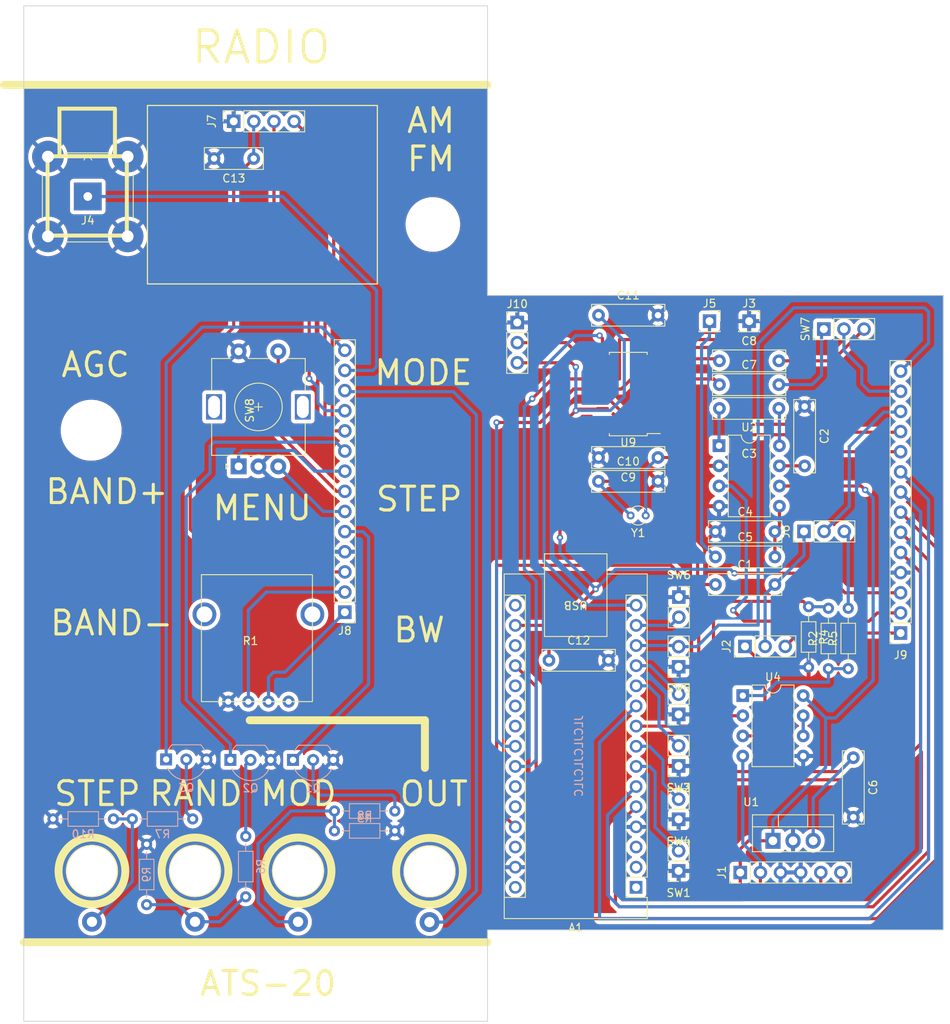
<source format=kicad_pcb>
(kicad_pcb (version 20221018) (generator pcbnew)
  (layers (0 "F.Cu" signal) (31 "B.Cu" signal) (34 "B.Paste" user) (35 "F.Paste" user) (36 "B.SilkS" user "B.Silkscreen") (37 "F.SilkS" user "F.Silkscreen") (38 "B.Mask" user) (39 "F.Mask" user) (44 "Edge.Cuts" user))
  (net 0 "")
  (net 1 "ENCB")
  (net 2 "ENCA")
  (net 3 "MODE")
  (net 4 "BW")
  (net 5 "MOD")
  (net 9 "RAND")
  (net 10 "BP")
  (net 11 "BM")
  (net 12 "STEP")
  (net 13 "RST")
  (net 14 "ENCSW")
  (net 15 "SDIO")
  (net 16 "SCLK")
  (net 17 "Net-(J2-Pin_1)")
  (net 18 "Net-(J6-Pin_3)")
  (net 19 "Net-(Q1-B)")
  (net 20 "Net-(Q2-B)")
  (net 21 "Net-(Q3-B)")
  (net 22 "AGC")
  (net 23 "+12V")
  (net 24 "Net-(C3-Pad2)")
  (net 25 "Net-(C4-Pad2)")
  (net 26 "Net-(U2-BYPASS)")
  (net 27 "Net-(C3-Pad1)")
  (net 28 "Net-(R2-Pad1)")
  (net 29 "Net-(U4A--)")
  (net 30 "Net-(R3-Pad1)")
  (net 31 "Net-(R6-Pad1)")
  (net 32 "Net-(R10-Pad2)")
  (net 33 "Net-(U9-DCLK)")
  (net 34 "Net-(U9-FMI)")
  (net 35 "Net-(U9-AMI)")
  (net 36 "Net-(U9-RCLK)")
  (net 37 "Net-(U9-ROUT)")
  (net 38 "-12V")
  (net 40 "ROUT")
  (net 44 "Net-(J5-Pin_1)")
  (net 45 "Net-(U4B--)")
  (net 46 "ANT")
  (net 47 "JOUT")
  (net 48 "ROUT_PRE")
  (net 49 "ROUT_POST")
  (net 54 "+3V3")
  (net 63 "GND")
  (net 64 "+5V")
  (net 65 "Net-(SW7-A)")
  (net 66 "Net-(SW7-C)")
  (net 67 "Net-(J10-Pin_2)")
  (footprint "Library:aux_flush" (layer "F.Cu") (at 73 137 90)
    (fp_text reference "U8" hide)
    (fp_text value "Aux_flush")
  )
  (footprint "Capacitor_THT:C_Rect_L9.0mm_W2.5mm_P7.50mm_MKT" (layer "F.Cu") (at 162.9 78.44 -90)
    (fp_text reference "C2")
    (fp_text value "C")
  )
  (footprint "MountingHole:MountingHole_3mm" (layer "F.Cu") (at 71.12 153 180)
    (fp_text reference "REF**" hide)
    (fp_text value "MountingHole_3mm")
  )
  (footprint "Connector_PinHeader_2.54mm:PinHeader_1x06_P2.54mm_Vertical" (layer "F.Cu") (at 154.78 137.19 90)
    (fp_text reference "J1")
    (fp_text value "Conn_01x06_Pin")
  )
  (footprint "Capacitor_THT:C_Rect_L9.0mm_W2.5mm_P7.50mm_MKT" (layer "F.Cu") (at 152.15 75.69)
    (fp_text reference "C7")
    (fp_text value "C")
  )
  (footprint "Package_SO:SOIC-16_4.55x10.3mm_P1.27mm" (layer "F.Cu") (at 140.65 76.88 180)
    (fp_text reference "U9")
    (fp_text value "~")
  )
  (footprint "Connector_PinSocket_2.54mm:PinSocket_1x02_P2.54mm_Vertical" (layer "F.Cu") (at 147.0075 117.2575 180)
    (fp_text reference "SW3")
    (fp_text value "SW_Push")
  )
  (footprint "MountingHole:MountingHole_3mm" (layer "F.Cu") (at 116.84 30.48)
    (fp_text reference "REF**" hide)
    (fp_text value "MountingHole_3mm")
  )
  (footprint "Capacitor_THT:C_Rect_L9.0mm_W2.5mm_P7.50mm_MKT" (layer "F.Cu") (at 159.65 78.69 180)
    (fp_text reference "C3")
    (fp_text value "C")
  )
  (footprint "Connector_PinSocket_2.54mm:PinSocket_1x02_P2.54mm_Vertical" (layer "F.Cu") (at 147.0325 102.4675)
    (fp_text reference "SW6")
    (fp_text value "SW_Push")
  )
  (footprint "Connector_PinSocket_2.54mm:PinSocket_1x02_P2.54mm_Vertical" (layer "F.Cu") (at 147.0075 136.9875 180)
    (fp_text reference "SW1")
    (fp_text value "SW_Push")
  )
  (footprint "Package_DIP:DIP-8_W7.62mm" (layer "F.Cu") (at 152.1 83.39)
    (fp_text reference "U2")
    (fp_text value "LM386")
  )
  (footprint "Package_TO_SOT_THT:TO-220-3_Vertical" (layer "F.Cu") (at 158.9 133.19)
    (fp_text reference "U1")
    (fp_text value "L7805")
  )
  (footprint "Connector_PinSocket_2.54mm:PinSocket_1x14_P2.54mm_Vertical" (layer "F.Cu") (at 175.0075 107.0075 180)
    (fp_text reference "J9")
    (fp_text value "Conn_01x14_Pin")
  )
  (footprint "Rotary_Encoder:RotaryEncoder_Alps_EC11E-Switch_Vertical_H20mm" (layer "F.Cu") (at 91.5 86 90)
    (fp_text reference "SW8")
    (fp_text value "RotaryEncoder_Switch")
  )
  (footprint "Connector_PinHeader_2.54mm:PinHeader_1x14_P2.54mm_Vertical" (layer "F.Cu") (at 104.9 104.38 180)
    (fp_text reference "J8")
    (fp_text value "Conn_01x14_Pin")
  )
  (footprint "Resistor_THT:R_Axial_DIN0204_L3.6mm_D1.6mm_P7.62mm_Horizontal" (layer "F.Cu") (at 163.4 103.69 -90)
    (fp_text reference "R4")
    (fp_text value "R")
  )
  (footprint "Capacitor_THT:C_Rect_L9.0mm_W2.5mm_P7.50mm_MKT" (layer "F.Cu") (at 169.04 122.7175 -90)
    (fp_text reference "C6")
    (fp_text value "C")
  )
  (footprint "Library:AlpsPot" (layer "F.Cu") (at 90.19 115.649)
    (fp_text reference "R1")
    (fp_text value "AlpsPot")
  )
  (footprint "Capacitor_THT:C_Rect_L9.0mm_W2.5mm_P7.50mm_MKT" (layer "F.Cu") (at 152.15 72.69)
    (fp_text reference "C8")
    (fp_text value "C")
  )
  (footprint "Capacitor_THT:C_Rect_L9.0mm_W2.5mm_P7.50mm_MKT" (layer "F.Cu") (at 144.4 84.88 180)
    (fp_text reference "C9")
    (fp_text value "C")
  )
  (footprint "Capacitor_THT:C_Rect_L9.0mm_W2.5mm_P7.50mm_MKT" (layer "F.Cu") (at 151.65 100.89)
    (fp_text reference "C1")
    (fp_text value "C")
  )
  (footprint "Crystal:Crystal_DS26_D2.0mm_L6.0mm_Vertical" (layer "F.Cu") (at 142.85 92.19 180)
    (fp_text reference "Y1")
    (fp_text value "Crystal")
  )
  (footprint "Connector_PinHeader_2.54mm:PinHeader_1x03_P2.54mm_Vertical" (layer "F.Cu") (at 155.375 108.69 90)
    (fp_text reference "J2")
    (fp_text value "Conn_01x02_Pin")
  )
  (footprint "Capacitor_THT:C_Rect_L7.2mm_W2.5mm_P5.00mm_FKS2_FKP2_MKS2_MKP2" (layer "F.Cu") (at 93.4 47.19 180)
    (fp_text reference "C13")
    (fp_text value "C")
  )
  (footprint "Resistor_THT:R_Axial_DIN0204_L3.6mm_D1.6mm_P7.62mm_Horizontal" (layer "F.Cu") (at 168.4 111.5 90)
    (fp_text reference "R5")
    (fp_text value "R")
  )
  (footprint "Module:Arduino_Nano" (layer "F.Cu") (at 141.6425 139.0575 180)
    (fp_text reference "A1")
    (fp_text value "Arduino_Nano_Every" hide)
  )
  (footprint "Connector_Coaxial:BNC_TEConnectivity_1478035_Horizontal" (layer "F.Cu") (at 72.475 51.975)
    (fp_text reference "J4")
    (fp_text value "Conn_Coaxial")
  )
  (footprint "Capacitor_THT:C_Rect_L9.0mm_W2.5mm_P7.50mm_MKT" (layer "F.Cu") (at 136.9 66.94)
    (fp_text reference "C11")
    (fp_text value "C")
  )
  (footprint "" (layer "F.Cu") (at 72.9 81.44)
    (fp_text reference "")
    (fp_text value "")
  )
  (footprint "MountingHole:MountingHole_3mm" (layer "F.Cu") (at 116.84 153 180)
    (fp_text reference "REF**" hide)
    (fp_text value "MountingHole_3mm")
  )
  (footprint "Resistor_THT:R_Axial_DIN0204_L3.6mm_D1.6mm_P7.62mm_Horizontal" (layer "F.Cu") (at 165.9 111.5 90)
    (fp_text reference "R2")
    (fp_text value "R")
  )
  (footprint "Capacitor_THT:C_Rect_L9.0mm_W2.5mm_P7.50mm_MKT" (layer "F.Cu") (at 130.65 110.44)
    (fp_text reference "C12")
    (fp_text value "C")
  )
  (footprint "Library:aux_flush" (layer "F.Cu") (at 99 137 90)
    (fp_text reference "U6" hide)
    (fp_text value "Aux_flush")
  )
  (footprint "MountingHole:MountingHole_3mm" (layer "F.Cu") (at 71.12 30.48)
    (fp_text reference "REF**" hide)
    (fp_text value "MountingHole_3mm")
  )
  (footprint "Capacitor_THT:C_Rect_L9.0mm_W2.5mm_P7.50mm_MKT" (layer "F.Cu") (at 151.65 97.41)
    (fp_text reference "C5")
    (fp_text value "C")
  )
  (footprint "Connector_PinSocket_2.54mm:PinSocket_1x01_P2.54mm_Vertical" (layer "F.Cu") (at 155.9 67.69)
    (fp_text reference "J3")
    (fp_text value "Conn_01x01_Pin")
  )
  (footprint "Capacitor_THT:C_Rect_L9.0mm_W2.5mm_P7.50mm_MKT" (layer "F.Cu") (at 136.9 87.88)
    (fp_text reference "C10")
    (fp_text value "C")
  )
  (footprint "Package_DIP:DIP-8_W7.62mm" (layer "F.Cu") (at 155.1 114.89)
    (fp_text reference "U4")
    (fp_text value "TL072")
  )
  (footprint "Connector_PinSocket_2.54mm:PinSocket_1x02_P2.54mm_Vertical" (layer "F.Cu") (at 147.0075 130.4875 180)
    (fp_text reference "SW4")
    (fp_text value "SW_Push")
  )
  (footprint "Connector_PinSocket_2.54mm:PinSocket_1x01_P2.54mm_Vertical" (layer "F.Cu") (at 150.9 67.69)
    (fp_text reference "J5")
    (fp_text value "Conn_01x01_Pin")
  )
  (footprint "Connector_PinHeader_2.54mm:PinHeader_1x03_P2.54mm_Vertical" (layer "F.Cu") (at 162.82 94.19 90)
    (fp_text reference "J6")
    (fp_text value "Conn_01x02_Pin")
  )
  (footprint "Capacitor_THT:C_Rect_L9.0mm_W2.5mm_P7.50mm_MKT" (layer "F.Cu") (at 151.65 94.22)
    (fp_text reference "C4")
    (fp_text value "C" hide)
  )
  (footprint "Connector_PinHeader_2.54mm:PinHeader_1x03_P2.54mm_Vertical" (layer "F.Cu") (at 165.32 68.69 90)
    (fp_text reference "SW7")
    (fp_text value "SW_SPDT")
  )
  (footprint "Library:aux_flush" (layer "F.Cu") (at 86 137 90)
    (fp_text reference "U7" hide)
    (fp_text value "Aux_flush")
  )
  (footprint "MountingHole:MountingHole_6.4mm_M6" (layer "F.Cu") (at 116 55.5)
    (fp_text reference "REF**" hide)
    (fp_text value "MountingHole_6.4mm_M6")
  )
  (footprint "Connector_PinHeader_2.54mm:PinHeader_1x03_P2.54mm_Vertical" (layer "F.Cu") (at 126.65 67.86)
    (fp_text reference "J10")
    (fp_text value "Conn_01x02_Pin")
  )
  (footprint "Connector_PinSocket_2.54mm:PinSocket_1x04_P2.54mm_Vertical" (layer "F.Cu") (at 90.88 42.5 90)
    (fp_text reference "J7")
    (fp_text value "Conn_01x04_Pin")
  )
  (footprint "Library:aux_flush" (layer "F.Cu") (at 115.58 137.04 90)
    (fp_text reference "U3" hide)
    (fp_text value "Aux_flush")
  )
  (footprint "Connector_PinSocket_2.54mm:PinSocket_1x02_P2.54mm_Vertical" (layer "F.Cu") (at 147.0075 123.7575 180)
    (fp_text reference "SW2")
    (fp_text value "SW_Push")
  )
  (footprint "Connector_PinSocket_2.54mm:PinSocket_1x02_P2.54mm_Vertical" (layer "F.Cu") (at 147.0075 111.2575 180)
    (fp_text reference "SW5")
    (fp_text value "SW_Push")
  )
  (footprint "Resistor_THT:R_Axial_DIN0204_L3.6mm_D1.6mm_P7.62mm_Horizontal" (layer "B.Cu") (at 103.59 129.44)
    (fp_text reference "R3")
    (fp_text value "R")
  )
  (footprint "Package_TO_SOT_THT:TO-92_Inline_Wide" (layer "B.Cu") (at 90.46 123)
    (fp_text reference "Q2")
    (fp_text value "BC547")
  )
  (footprint "Resistor_THT:R_Axial_DIN0204_L3.6mm_D1.6mm_P7.62mm_Horizontal" (layer "B.Cu") (at 79.9 133.63 -90)
    (fp_text reference "R9")
    (fp_text value "R")
  )
  (footprint "Package_TO_SOT_THT:TO-92_Inline_Wide" (layer "B.Cu") (at 98.36 123)
    (fp_text reference "Q1")
    (fp_text value "BC547")
  )
  (footprint "Resistor_THT:R_Axial_DIN0204_L3.6mm_D1.6mm_P7.62mm_Horizontal" (layer "B.Cu") (at 68.09 130.44)
    (fp_text reference "R10")
    (fp_text value "R")
  )
  (footprint "Resistor_THT:R_Axial_DIN0204_L3.6mm_D1.6mm_P7.62mm_Horizontal" (layer "B.Cu") (at 111.21 131.94 180)
    (fp_text reference "R8")
    (fp_text value "R")
  )
  (footprint "Package_TO_SOT_THT:TO-92_Inline_Wide" (layer "B.Cu") (at 82.36 122.94)
    (fp_text reference "Q3")
    (fp_text value "BC547")
  )
  (footprint "Resistor_THT:R_Axial_DIN0204_L3.6mm_D1.6mm_P7.62mm_Horizontal" (layer "B.Cu") (at 78.09 130.44)
    (fp_text reference "R7")
    (fp_text value "R")
  )
  (footprint "Resistor_THT:R_Axial_DIN0204_L3.6mm_D1.6mm_P7.62mm_Horizontal" (layer "B.Cu") (at 92.4 140.25 90)
    (fp_text reference "R6")
    (fp_text value "R")
  )
  (gr_line (start 115 118) (end 115 124) (stroke (width 1)) (layer "F.SilkS"))
  (gr_line (start 92.9 118) (end 115 118) (stroke (width 1)) (layer "F.SilkS"))
  (gr_rect (start 68.9 40.9) (end 75.9 46.9) (stroke (width 0.5)) (fill none) (layer "F.SilkS"))
  (gr_rect (start 67.4 46.9) (end 77.4 56.9) (stroke (width 0.5)) (fill none) (layer "F.SilkS"))
  (gr_line (start 61.9 37.9) (end 122.9 37.9) (stroke (width 1)) (layer "F.SilkS"))
  (gr_rect (start 80 40.5) (end 109 63) (stroke (width 0.15)) (fill none) (layer "F.SilkS"))
  (gr_line (start 122.9 145.98) (end 64.4 145.98) (stroke (width 1)) (layer "F.SilkS"))
  (gr_line (start 180.4 64.44) (end 180.4 144.44) (stroke (width 0.1)) (layer "Edge.Cuts"))
  (gr_line (start 122.9 155.94) (end 64.4 155.94) (stroke (width 0.1)) (layer "Edge.Cuts"))
  (gr_line (start 180.4 144.44) (end 122.9 144.44) (stroke (width 0.1)) (layer "Edge.Cuts"))
  (gr_line (start 122.9 64.44) (end 122.9 27.94) (stroke (width 0.1)) (layer "Edge.Cuts"))
  (gr_line (start 64.4 27.94) (end 122.9 27.94) (stroke (width 0.1)) (layer "Edge.Cuts"))
  (gr_line (start 122.9 144.44) (end 122.9 155.94) (stroke (width 0.1)) (layer "Edge.Cuts"))
  (gr_line (start 122.9 64.44) (end 180.4 64.44) (stroke (width 0.1)) (layer "Edge.Cuts"))
  (gr_line (start 64.4 155.94) (end 64.4 27.94) (stroke (width 0.1)) (layer "Edge.Cuts"))
  (gr_text "JLCJLCJLCJLC" (at 135.0075 117.2575 90) (layer "B.SilkS") (effects (font (size 1 1)) (justify left bottom mirror)))
  (gr_text "AGC" (at 68.9 74.94) (layer "F.SilkS") (effects (font (size 3 3) (thickness 0.4)) (justify left bottom)))
  (gr_text "BAND+" (at 66.9 90.94) (layer "F.SilkS") (effects (font (size 3 3) (thickness 0.4)) (justify left bottom)))
  (gr_text "OUT\n" (at 111.58 129.04) (layer "F.SilkS") (effects (font (size 3 3) (thickness 0.4)) (justify left bottom)))
  (gr_text "MENU" (at 88 93) (layer "F.SilkS") (effects (font (size 3 3) (thickness 0.4)) (justify left bottom)))
  (gr_text "MOD" (at 94 129) (layer "F.SilkS") (effects (font (size 3 3) (thickness 0.4)) (justify left bottom)))
  (gr_text "RADIO" (at 85.315475 35.500001) (layer "F.SilkS") (effects (font (size 4 4) (thickness 0.4)) (justify left bottom)))
  (gr_text "ATS-20" (at 86.4 152.94) (layer "F.SilkS") (effects (font (size 3 3) (thickness 0.4)) (justify left bottom)))
  (gr_text "MODE" (at 108.4 75.94) (layer "F.SilkS") (effects (font (size 3 3) (thickness 0.4)) (justify left bottom)))
  (gr_text "BAND-" (at 67.5 107.5) (layer "F.SilkS") (effects (font (size 3 3) (thickness 0.4)) (justify left bottom)))
  (gr_text "BW\n" (at 110.8 108.38) (layer "F.SilkS") (effects (font (size 3 3) (thickness 0.4)) (justify left bottom)))
  (gr_text "STEP\n" (at 68 129) (layer "F.SilkS") (effects (font (size 3 3) (thickness 0.4)) (justify left bottom)))
  (gr_text "AM\nFM" (at 112.5 49) (layer "F.SilkS") (effects (font (size 3 3) (thickness 0.4)) (justify left bottom)))
  (gr_text "STEP\n" (at 108.585714 91.88) (layer "F.SilkS") (effects (font (size 3 3) (thickness 0.4)) (justify left bottom)))
  (gr_text "RAND" (at 80 129) (layer "F.SilkS") (effects (font (size 3 3) (thickness 0.4)) (justify left bottom)))
  (segment (start 139.54 141.5075) (end 139.04 141.0075) (width 0.4) (layer "F.Cu") (net 1))
  (segment (start 178.5325 134.5075) (end 171.5325 141.5075) (width 0.4) (layer "F.Cu") (net 1))
  (segment (start 139.04 131.5) (end 141.6425 128.8975) (width 0.4) (layer "F.Cu") (net 1))
  (segment (start 175.0075 94.3075) (end 178.5325 97.8325) (width 0.4) (layer "F.Cu") (net 1))
  (segment (start 171.5325 141.5075) (end 139.54 141.5075) (width 0.4) (layer "F.Cu") (net 1))
  (segment (start 178.5325 97.8325) (end 178.5325 134.5075) (width 0.4) (layer "F.Cu") (net 1))
  (segment (start 139.04 141.0075) (end 139.04 131.5) (width 0.4) (layer "F.Cu") (net 1))
  (segment (start 104.9 91.68) (end 102.18 91.68) (width 0.4) (layer "B.Cu") (net 1))
  (segment (start 102.18 91.68) (end 96.5 86) (width 0.4) (layer "B.Cu") (net 1))
  (segment (start 101.1 86.6) (end 98.5 84) (width 0.4) (layer "B.Cu") (net 2))
  (segment (start 92 84) (end 91.5 84.5) (width 0.4) (layer "B.Cu") (net 2))
  (segment (start 170.5325 141.5075) (end 177.5325 134.5075) (width 0.4) (layer "B.Cu") (net 2))
  (segment (start 138.04 129.96) (end 138.04 140.015) (width 0.4) (layer "B.Cu") (net 2))
  (segment (start 91.5 84.5) (end 91.5 86) (width 0.4) (layer "B.Cu") (net 2))
  (segment (start 98.5 84) (end 92 84) (width 0.4) (layer "B.Cu") (net 2))
  (segment (start 177.5325 134.5075) (end 177.5325 91.7525) (width 0.4) (layer "B.Cu") (net 2))
  (segment (start 138.04 140.015) (end 139.5325 141.5075) (width 0.4) (layer "B.Cu") (net 2))
  (segment (start 139.5325 141.5075) (end 170.5325 141.5075) (width 0.4) (layer "B.Cu") (net 2))
  (segment (start 177.5325 91.7525) (end 175.0075 89.2275) (width 0.4) (layer "B.Cu") (net 2))
  (segment (start 104.9 86.6) (end 101.1 86.6) (width 0.4) (layer "B.Cu") (net 2))
  (segment (start 141.6425 126.3575) (end 138.04 129.96) (width 0.4) (layer "B.Cu") (net 2))
  (segment (start 144.0325 124.5075) (end 144.0325 131.4725) (width 0.4) (layer "B.Cu") (net 3))
  (segment (start 141.6425 123.8175) (end 143.3425 123.8175) (width 0.4) (layer "B.Cu") (net 3))
  (segment (start 144.0325 131.4725) (end 147.0075 134.4475) (width 0.4) (layer "B.Cu") (net 3))
  (segment (start 143.3425 123.8175) (end 144.0325 124.5075) (width 0.4) (layer "B.Cu") (net 3))
  (segment (start 145.0325 123.0075) (end 145.0325 125.9725) (width 0.4) (layer "B.Cu") (net 4))
  (segment (start 143.3025 121.2775) (end 145.0325 123.0075) (width 0.4) (layer "B.Cu") (net 4))
  (segment (start 141.6425 121.2775) (end 143.3025 121.2775) (width 0.4) (layer "B.Cu") (net 4))
  (segment (start 145.0325 125.9725) (end 147.0075 127.9475) (width 0.4) (layer "B.Cu") (net 4))
  (segment (start 141.6425 118.7375) (end 150.2625 118.7375) (width 0.4) (layer "F.Cu") (net 5))
  (segment (start 150.2625 118.7375) (end 152.0325 120.5075) (width 0.4) (layer "F.Cu") (net 5))
  (segment (start 177.5325 99.3725) (end 175.0075 96.8475) (width 0.4) (layer "F.Cu") (net 5))
  (segment (start 152.0325 125.5075) (end 173 125.5075) (width 0.4) (layer "F.Cu") (net 5))
  (segment (start 173 125.5075) (end 177.5325 120.975) (width 0.4) (layer "F.Cu") (net 5))
  (segment (start 177.5325 120.975) (end 177.5325 99.3725) (width 0.4) (layer "F.Cu") (net 5))
  (segment (start 152.0325 120.5075) (end 152.0325 125.5075) (width 0.4) (layer "F.Cu") (net 5))
  (segment (start 104.9 94.22) (end 107.18 94.22) (width 0.4) (layer "B.Cu") (net 5))
  (segment (start 107.18 94.22) (end 107.9 94.94) (width 0.4) (layer "B.Cu") (net 5))
  (segment (start 107.9 94.94) (end 107.9 113.46) (width 0.4) (layer "B.Cu") (net 5))
  (segment (start 107.9 113.46) (end 98.36 123) (width 0.4) (layer "B.Cu") (net 5))
  (segment (start 170.0325 143.0075) (end 137.0325 143.0075) (width 0.4) (layer "B.Cu") (net 9))
  (segment (start 90.46 121) (end 84.9 115.44) (width 0.4) (layer "B.Cu") (net 9))
  (segment (start 87.9 86.8) (end 87.9 83.44) (width 0.4) (layer "B.Cu") (net 9))
  (segment (start 88.4 82.94) (end 103.78 82.94) (width 0.4) (layer "B.Cu") (net 9))
  (segment (start 175.0075 86.6875) (end 178.5325 90.2125) (width 0.4) (layer "B.Cu") (net 9))
  (segment (start 178.5325 90.2125) (end 178.5325 135.5075) (width 0.4) (layer "B.Cu") (net 9))
  (segment (start 87.9 83.44) (end 88.4 82.94) (width 0.4) (layer "B.Cu") (net 9))
  (segment (start 84.9 89.8) (end 87.9 86.8) (width 0.4) (layer "B.Cu") (net 9))
  (segment (start 137.0325 120.8075) (end 141.6425 116.1975) (width 0.4) (layer "B.Cu") (net 9))
  (segment (start 171.0325 143.0075) (end 170.0325 143.0075) (width 0.4) (layer "B.Cu") (net 9))
  (segment (start 178.5325 135.5075) (end 171.0325 143.0075) (width 0.4) (layer "B.Cu") (net 9))
  (segment (start 103.78 82.94) (end 104.9 84.06) (width 0.4) (layer "B.Cu") (net 9))
  (segment (start 137.0325 143.0075) (end 137.0325 120.8075) (width 0.4) (layer "B.Cu") (net 9))
  (segment (start 84.9 115.44) (end 84.9 89.8) (width 0.4) (layer "B.Cu") (net 9))
  (segment (start 90.46 123) (end 90.46 121) (width 0.4) (layer "B.Cu") (net 9))
  (segment (start 144.5325 118.7425) (end 147.0075 121.2175) (width 0.4) (layer "B.Cu") (net 10))
  (segment (start 144.5325 115.0075) (end 144.5325 118.7425) (width 0.4) (layer "B.Cu") (net 10))
  (segment (start 143.1825 113.6575) (end 144.5325 115.0075) (width 0.4) (layer "B.Cu") (net 10))
  (segment (start 141.6425 113.6575) (end 143.1825 113.6575) (width 0.4) (layer "B.Cu") (net 10))
  (segment (start 143.4075 111.1175) (end 147.0075 114.7175) (width 0.4) (layer "B.Cu") (net 11))
  (segment (start 141.6425 111.1175) (end 143.4075 111.1175) (width 0.4) (layer "B.Cu") (net 11))
  (segment (start 178.5325 66.5075) (end 178.5325 70.4625) (width 0.4) (layer "B.Cu") (net 12))
  (segment (start 178.5325 70.4625) (end 175.0075 73.9875) (width 0.4) (layer "B.Cu") (net 12))
  (segment (start 104.9 71.36) (end 101.98 68.44) (width 0.4) (layer "B.Cu") (net 12))
  (segment (start 141.6425 108.5775) (end 146.8675 108.5775) (width 0.4) (layer "B.Cu") (net 12))
  (segment (start 146.8675 108.5775) (end 147.0075 108.7175) (width 0.4) (layer "B.Cu") (net 12))
  (segment (start 178.0325 66.0075) (end 178.5325 66.5075) (width 0.4) (layer "B.Cu") (net 12))
  (segment (start 82.36 72.98) (end 82.36 122.94) (width 0.4) (layer "B.Cu") (net 12))
  (segment (start 152.0325 106.0075) (end 157.04 106.0075) (width 0.4) (layer "B.Cu") (net 12))
  (segment (start 161.5325 66.0075) (end 178.0325 66.0075) (width 0.4) (layer "B.Cu") (net 12))
  (segment (start 157.04 70.5) (end 161.5325 66.0075) (width 0.4) (layer "B.Cu") (net 12))
  (segment (start 86.9 68.44) (end 82.36 72.98) (width 0.4) (layer "B.Cu") (net 12))
  (segment (start 157.04 106.0075) (end 157.04 70.5) (width 0.4) (layer "B.Cu") (net 12))
  (segment (start 149.3225 108.7175) (end 152.0325 106.0075) (width 0.4) (layer "B.Cu") (net 12))
  (segment (start 101.98 68.44) (end 86.9 68.44) (width 0.4) (layer "B.Cu") (net 12))
  (segment (start 147.0075 108.7175) (end 149.3225 108.7175) (width 0.4) (layer "B.Cu") (net 12))
  (segment (start 137.4 69.875) (end 137.4 72.435) (width 0.4) (layer "F.Cu") (net 13))
  (segment (start 137.0325 69.5075) (end 137.4 69.875) (width 0.4) (layer "F.Cu") (net 13))
  (via (at 137.0325 69.5075) (size 0.8) (drill 0.4) (layers "F.Cu" "B.Cu") (net 13))
  (segment (start 135.57 103.4975) (end 141.6425 103.4975) (width 0.4) (layer "B.Cu") (net 13))
  (segment (start 130.0325 73.5075) (end 130.0325 97.96) (width 0.4) (layer "B.Cu") (net 13))
  (segment (start 130.0325 97.96) (end 135.57 103.4975) (width 0.4) (layer "B.Cu") (net 13))
  (segment (start 137.0325 69.5075) (end 134.0325 69.5075) (width 0.4) (layer "B.Cu") (net 13))
  (segment (start 134.0325 69.5075) (end 130.0325 73.5075) (width 0.4) (layer "B.Cu") (net 13))
  (segment (start 96.5 71.5) (end 96.5 81.78) (width 0.4) (layer "F.Cu") (net 14))
  (segment (start 179.5325 135.5075) (end 172.0325 143.0075) (width 0.4) (layer "F.Cu") (net 14))
  (segment (start 129.0325 113.7475) (end 126.4025 111.1175) (width 0.4) (layer "F.Cu") (net 14))
  (segment (start 179.5325 96.2925) (end 179.5325 135.5075) (width 0.4) (layer "F.Cu") (net 14))
  (segment (start 103.86 89.14) (end 104.9 89.14) (width 0.4) (layer "F.Cu") (net 14))
  (segment (start 96.5 81.78) (end 103.86 89.14) (width 0.4) (layer "F.Cu") (net 14))
  (segment (start 131.0325 143.0075) (end 129.0325 141.0075) (width 0.4) (layer "F.Cu") (net 14))
  (segment (start 132.0325 143.0075) (end 131.0325 143.0075) (width 0.4) (layer "F.Cu") (net 14))
  (segment (start 171.0325 143.0075) (end 132.0325 143.0075) (width 0.4) (layer "F.Cu") (net 14))
  (segment (start 129.0325 141.0075) (end 129.0325 113.7475) (width 0.4) (layer "F.Cu") (net 14))
  (segment (start 175.0075 91.7675) (end 179.5325 96.2925) (width 0.4) (layer "F.Cu") (net 14))
  (segment (start 172.0325 143.0075) (end 170.5325 143.0075) (width 0.4) (layer "F.Cu") (net 14))
  (segment (start 102.52 81.52) (end 102.4 81.4) (width 0.4) (layer "F.Cu") (net 15))
  (segment (start 102.4 64.44) (end 103.5 63.34) (width 0.4) (layer "F.Cu") (net 15))
  (segment (start 141.5325 74.475) (end 141.5325 71.0075) (width 0.4) (layer "F.Cu") (net 15))
  (segment (start 162.0325 82.0075) (end 164.1725 84.1475) (width 0.4) (layer "F.Cu") (net 15))
  (segment (start 103.5 47.5) (end 98.5 42.5) (width 0.4) (layer "F.Cu") (net 15))
  (segment (start 141.5325 71.0075) (end 154.0325 71.0075) (width 0.4) (layer "F.Cu") (net 15))
  (segment (start 154.0325 71.0075) (end 154.0325 82.0075) (width 0.4) (layer "F.Cu") (net 15))
  (segment (start 154.0325 82.0075) (end 162.0325 82.0075) (width 0.4) (layer "F.Cu") (net 15))
  (segment (start 137.4 76.245) (end 139.7625 76.245) (width 0.4) (layer "F.Cu") (net 15))
  (segment (start 139.7625 76.245) (end 141.5325 74.475) (width 0.4) (layer "F.Cu") (net 15))
  (segment (start 164.1725 84.1475) (end 175.0075 84.1475) (width 0.4) (layer "F.Cu") (net 15))
  (segment (start 103.5 63.34) (end 103.5 47.5) (width 0.4) (layer "F.Cu") (net 15))
  (segment (start 104.9 81.52) (end 102.52 81.52) (width 0.4) (layer "F.Cu") (net 15))
  (segment (start 124.04 80.4675) (end 129.54 80.4675) (width 0.4) (layer "F.Cu") (net 15))
  (segment (start 129.54 80.4675) (end 133.7625 76.245) (width 0.4) (layer "F.Cu") (net 15))
  (segment (start 102.4 81.4) (end 102.4 64.44) (width 0.4) (layer "F.Cu") (net 15))
  (segment (start 133.7625 76.245) (end 137.4 76.245) (width 0.4) (layer "F.Cu") (net 15))
  (via (at 124.04 80.4675) (size 0.8) (drill 0.4) (layers "F.Cu" "B.Cu") (net 15))
  (segment (start 124.04 120.4675) (end 124.85 121.2775) (width 0.4) (layer "B.Cu") (net 15))
  (segment (start 124.04 80.4675) (end 124.04 120.4675) (width 0.4) (layer "B.Cu") (net 15))
  (segment (start 124.85 121.2775) (end 126.4025 121.2775) (width 0.4) (layer "B.Cu") (net 15))
  (segment (start 137.4 74.975) (end 139.5325 74.975) (width 0.4) (layer "F.Cu") (net 16))
  (segment (start 95.96 54.96) (end 95.96 42.5) (width 0.4) (layer "F.Cu") (net 16))
  (segment (start 100.4 59.4) (end 95.96 54.96) (width 0.4) (layer "F.Cu") (net 16))
  (segment (start 155.0325 70.0075) (end 155.0325 80.69) (width 0.4) (layer "F.Cu") (net 16))
  (segment (start 128.54 77.4675) (end 131.0325 74.975) (width 0.4) (layer "F.Cu") (net 16))
  (segment (start 163.215 81.69) (end 175.0325 81.69) (width 0.4) (layer "F.Cu") (net 16))
  (segment (start 139.5325 74.975) (end 139.54 74.9675) (width 0.4) (layer "F.Cu") (net 16))
  (segment (start 155.0325 80.69) (end 162.215 80.69) (width 0.4) (layer "F.Cu") (net 16))
  (segment (start 139.54 70.0075) (end 155.0325 70.0075) (width 0.4) (layer "F.Cu") (net 16))
  (segment (start 100.4 74.94) (end 100.4 59.4) (width 0.4) (layer "F.Cu") (net 16))
  (segment (start 139.54 74.9675) (end 139.54 70.0075) (width 0.4) (layer "F.Cu") (net 16))
  (segment (start 131.0325 74.975) (end 137.4 74.975) (width 0.4) (layer "F.Cu") (net 16))
  (segment (start 162.215 80.69) (end 163.215 81.69) (width 0.4) (layer "F.Cu") (net 16))
  (via (at 128.54 77.4675) (size 0.8) (drill 0.4) (layers "F.Cu" "B.Cu") (net 16))
  (via (at 100.4 74.94) (size 0.8) (drill 0.4) (layers "F.Cu" "B.Cu") (net 16))
  (segment (start 100.4 74.94) (end 101.5 76.04) (width 0.4) (layer "B.Cu") (net 16))
  (segment (start 128.19 123.8175) (end 126.4025 123.8175) (width 0.4) (layer "B.Cu") (net 16))
  (segment (start 101.5 78) (end 102.48 78.98) (width 0.4) (layer "B.Cu") (net 16))
  (segment (start 102.48 78.98) (end 104.9 78.98) (width 0.4) (layer "B.Cu") (net 16))
  (segment (start 128.54 77.4675) (end 127.54 78.4675) (width 0.4) (layer "B.Cu") (net 16))
  (segment (start 129.04 100.4675) (end 129.04 122.9675) (width 0.4) (layer "B.Cu") (net 16))
  (segment (start 127.54 98.9675) (end 129.04 100.4675) (width 0.4) (layer "B.Cu") (net 16))
  (segment (start 101.5 76.04) (end 101.5 78) (width 0.4) (layer "B.Cu") (net 16))
  (segment (start 129.04 122.9675) (end 128.19 123.8175) (width 0.4) (layer "B.Cu") (net 16))
  (segment (start 127.54 78.4675) (end 127.54 98.9675) (width 0.4) (layer "B.Cu") (net 16))
  (segment (start 155.375 108.69) (end 157.9 111.215) (width 0.4) (layer "F.Cu") (net 17))
  (segment (start 157.9 118.69) (end 156.62 119.97) (width 0.4) (layer "F.Cu") (net 17))
  (segment (start 157.9 111.215) (end 157.9 118.69) (width 0.4) (layer "F.Cu") (net 17))
  (segment (start 156.62 119.97) (end 155.1 119.97) (width 0.4) (layer "F.Cu") (net 17))
  (segment (start 168.4 94.69) (end 167.9 94.19) (width 0.4) (layer "B.Cu") (net 18))
  (segment (start 168.4 103.88) (end 168.4 94.69) (width 0.4) (layer "B.Cu") (net 18))
  (segment (start 100.9 123) (end 100.9 126.63) (width 0.4) (layer "B.Cu") (net 19))
  (segment (start 110.9 127.44) (end 111.21 127.75) (width 0.4) (layer "B.Cu") (net 19))
  (segment (start 101.71 127.44) (end 110.9 127.44) (width 0.4) (layer "B.Cu") (net 19))
  (segment (start 100.9 126.63) (end 101.71 127.44) (width 0.4) (layer "B.Cu") (net 19))
  (segment (start 111.21 127.75) (end 111.21 129.44) (width 0.4) (layer "B.Cu") (net 19))
  (segment (start 92.4 132.63) (end 92.4 123.6) (width 0.4) (layer "B.Cu") (net 20))
  (segment (start 92.4 123.6) (end 93 123) (width 0.4) (layer "B.Cu") (net 20))
  (segment (start 84.9 129.63) (end 85.71 130.44) (width 0.4) (layer "B.Cu") (net 21))
  (segment (start 84.9 122.94) (end 84.9 129.63) (width 0.4) (layer "B.Cu") (net 21))
  (segment (start 146.0025 106.0375) (end 147.0325 105.0075) (width 0.4) (layer "B.Cu") (net 22))
  (segment (start 141.6425 106.0375) (end 146.0025 106.0375) (width 0.4) (layer "B.Cu") (net 22))
  (segment (start 170.54 88.9675) (end 170.0425 88.47) (width 0.4) (layer "F.Cu") (net 23))
  (segment (start 156.04 140.4675) (end 154.78 139.2075) (width 0.4) (layer "F.Cu") (net 23))
  (segment (start 154.78 137.19) (end 154.78 134.2275) (width 0.4) (layer "F.Cu") (net 23))
  (segment (start 167.48 139.5275) (end 166.54 140.4675) (width 0.4) (layer "F.Cu") (net 23))
  (segment (start 166.54 140.4675) (end 156.04 140.4675) (width 0.4) (layer "F.Cu") (net 23))
  (segment (start 154.78 139.2075) (end 154.78 137.19) (width 0.4) (layer "F.Cu") (net 23))
  (segment (start 155.8175 133.19) (end 158.9 133.19) (width 0.4) (layer "F.Cu") (net 23))
  (segment (start 154.78 134.2275) (end 155.8175 133.19) (width 0.4) (layer "F.Cu") (net 23))
  (segment (start 167.48 137.19) (end 167.48 139.5275) (width 0.4) (layer "F.Cu") (net 23))
  (segment (start 170.0425 88.47) (end 159.72 88.47) (width 0.4) (layer "F.Cu") (net 23))
  (via (at 170.54 88.9675) (size 0.8) (drill 0.4) (layers "F.Cu" "B.Cu") (net 23))
  (segment (start 158.9 130.6075) (end 165.54 123.9675) (width 0.4) (layer "B.Cu") (net 23))
  (segment (start 158.9 133.19) (end 158.9 130.6075) (width 0.4) (layer "B.Cu") (net 23))
  (segment (start 171.54 89.9675) (end 170.54 88.9675) (width 0.4) (layer "B.Cu") (net 23))
  (segment (start 171.54 112.9675) (end 171.54 89.9675) (width 0.4) (layer "B.Cu") (net 23))
  (segment (start 165.54 123.9675) (end 165.54 117.71) (width 0.4) (layer "B.Cu") (net 23))
  (segment (start 165.54 117.71) (end 166.7975 117.71) (width 0.4) (layer "B.Cu") (net 23))
  (segment (start 165.54 117.71) (end 162.72 114.89) (width 0.4) (layer "B.Cu") (net 23))
  (segment (start 166.7975 117.71) (end 171.54 112.9675) (width 0.4) (layer "B.Cu") (net 23))
  (segment (start 152.1 78.74) (end 152.15 78.69) (width 0.4) (layer "B.Cu") (net 24))
  (segment (start 152.1 83.39) (end 152.1 78.74) (width 0.4) (layer "B.Cu") (net 24))
  (segment (start 159.72 93.65) (end 159.15 94.22) (width 0.4) (layer "F.Cu") (net 25))
  (segment (start 159.72 91.01) (end 159.72 93.65) (width 0.4) (layer "F.Cu") (net 25))
  (segment (start 159.15 97.41) (end 159.15 94.22) (width 0.4) (layer "F.Cu") (net 25))
  (segment (start 159.72 85.93) (end 162.89 85.93) (width 0.4) (layer "F.Cu") (net 26))
  (segment (start 162.89 85.93) (end 162.9 85.94) (width 0.4) (layer "F.Cu") (net 26))
  (segment (start 159.72 83.39) (end 159.72 78.76) (width 0.4) (layer "B.Cu") (net 27))
  (segment (start 159.72 78.76) (end 159.65 78.69) (width 0.4) (layer "B.Cu") (net 27))
  (segment (start 157.7 114.89) (end 159.4 113.19) (width 0.4) (layer "B.Cu") (net 28))
  (segment (start 159.4 113.19) (end 165.9 113.19) (width 0.4) (layer "B.Cu") (net 28))
  (segment (start 165.9 113.19) (end 165.9 111.5) (width 0.4) (layer "B.Cu") (net 28))
  (segment (start 168.4 111.5) (end 165.9 111.5) (width 0.4) (layer "B.Cu") (net 28))
  (segment (start 155.1 114.89) (end 157.7 114.89) (width 0.4) (layer "B.Cu") (net 28))
  (segment (start 162.7175 103.0075) (end 163.4 103.69) (width 0.4) (layer "F.Cu") (net 29))
  (segment (start 155.1 117.43) (end 152.64 117.43) (width 0.4) (layer "F.Cu") (net 29))
  (segment (start 151.4 116.19) (end 151.4 103.0075) (width 0.4) (layer "F.Cu") (net 29))
  (segment (start 152.64 117.43) (end 151.4 116.19) (width 0.4) (layer "F.Cu") (net 29))
  (segment (start 151.4 103.0075) (end 162.7175 103.0075) (width 0.4) (layer "F.Cu") (net 29))
  (segment (start 165.71 103.69) (end 165.9 103.88) (width 0.4) (layer "B.Cu") (net 29))
  (segment (start 163.4 103.69) (end 165.71 103.69) (width 0.4) (layer "B.Cu") (net 29))
  (segment (start 93.9625 133.5) (end 94.03 133.5) (width 0.4) (layer "B.Cu") (net 30))
  (segment (start 98.09 129.44) (end 103.59 129.44) (width 0.4) (layer "B.Cu") (net 30))
  (segment (start 99 143.4) (end 96.4 143.4) (width 0.4) (layer "B.Cu") (net 30))
  (segment (start 103.59 131.94) (end 103.59 129.44) (width 0.4) (layer "B.Cu") (net 30))
  (segment (start 94.03 133.5) (end 98.09 129.44) (width 0.4) (layer "B.Cu") (net 30))
  (segment (start 96.4 143.4) (end 93.9625 140.9625) (width 0.4) (layer "B.Cu") (net 30))
  (segment (start 93.9625 140.9625) (end 93.9625 133.5) (width 0.4) (layer "B.Cu") (net 30))
  (segment (start 83.85 141.25) (end 86 143.4) (width 0.4) (layer "B.Cu") (net 31))
  (segment (start 89.1 143.4) (end 86 143.4) (width 0.4) (layer "B.Cu") (net 31))
  (segment (start 92.5 140) (end 89.1 143.4) (width 0.4) (layer "B.Cu") (net 31))
  (segment (start 79.9 141.25) (end 83.85 141.25) (width 0.4) (layer "B.Cu") (net 31))
  (segment (start 78.09 130.44) (end 78.09 138.31) (width 0.4) (layer "B.Cu") (net 32))
  (segment (start 78.09 130.44) (end 75.71 130.44) (width 0.4) (layer "B.Cu") (net 32))
  (segment (start 78.09 138.31) (end 73 143.4) (width 0.4) (layer "B.Cu") (net 32))
  (segment (start 146.71 84.88) (end 147.9 83.69) (width 0.4) (layer "F.Cu") (net 33))
  (segment (start 147.9 81.19) (end 147.9 83.69) (width 0.4) (layer "F.Cu") (net 33))
  (segment (start 143.9 80.055) (end 146.765 80.055) (width 0.4) (layer "F.Cu") (net 33))
  (segment (start 144.4 84.88) (end 146.71 84.88) (width 0.4) (layer "F.Cu") (net 33))
  (segment (start 146.765 80.055) (end 147.9 81.19) (width 0.4) (layer "F.Cu") (net 33))
  (segment (start 142.85 92.19) (end 142.85 86.43) (width 0.4) (layer "B.Cu") (net 33))
  (segment (start 142.85 86.43) (end 144.4 84.88) (width 0.4) (layer "B.Cu") (net 33))
  (segment (start 151.435 74.975) (end 152.15 75.69) (width 0.4) (layer "F.Cu") (net 34))
  (segment (start 143.9 74.975) (end 151.435 74.975) (width 0.4) (layer "F.Cu") (net 34))
  (segment (start 143.9 72.435) (end 151.895 72.435) (width 0.4) (layer "F.Cu") (net 35))
  (segment (start 151.895 72.435) (end 152.15 72.69) (width 0.4) (layer "F.Cu") (net 35))
  (segment (start 138.199999 77.515) (end 137.4 77.515) (width 0.4) (layer "F.Cu") (net 36))
  (segment (start 136.9 87.88) (end 138.21 87.88) (width 0.4) (layer "F.Cu") (net 36))
  (segment (start 139.9 86.19) (end 139.9 79.215001) (width 0.4) (layer "F.Cu") (net 36))
  (segment (start 138.21 87.88) (end 139.9 86.19) (width 0.4) (layer "F.Cu") (net 36))
  (segment (start 139.9 79.215001) (end 138.199999 77.515) (width 0.4) (layer "F.Cu") (net 36))
  (segment (start 136.9 88.14) (end 140.95 92.19) (width 0.4) (layer "B.Cu") (net 36))
  (segment (start 136.9 87.88) (end 136.9 88.14) (width 0.4) (layer "B.Cu") (net 36))
  (segment (start 149.4 100.19) (end 149.4 96.69) (width 0.4) (layer "F.Cu") (net 37))
  (segment (start 137.4 81.325) (end 135.265 81.325) (width 0.4) (layer "F.Cu") (net 37))
  (segment (start 135.265 81.325) (end 133.9 82.69) (width 0.4) (layer "F.Cu") (net 37))
  (segment (start 149.4 96.69) (end 147.9 95.19) (width 0.4) (layer "F.Cu") (net 37))
  (segment (start 133.9 82.69) (end 133.9 95.19) (width 0.4) (layer "F.Cu") (net 37))
  (segment (start 147.9 95.19) (end 133.9 95.19) (width 0.4) (layer "F.Cu") (net 37))
  (segment (start 150.1 100.89) (end 149.4 100.19) (width 0.4) (layer "F.Cu") (net 37))
  (segment (start 151.65 100.89) (end 150.1 100.89) (width 0.4) (layer "F.Cu") (net 37))
  (segment (start 157.32 137.19) (end 157.32 138.7475) (width 0.4) (layer "F.Cu") (net 38))
  (segment (start 164.04 139.4675) (end 164.54 138.9675) (width 0.4) (layer "F.Cu") (net 38))
  (segment (start 157.32 138.7475) (end 158.04 139.4675) (width 0.4) (layer "F.Cu") (net 38))
  (segment (start 158.04 139.4675) (end 164.04 139.4675) (width 0.4) (layer "F.Cu") (net 38))
  (segment (start 164.94 137.19) (end 164.94 138.5675) (width 0.4) (layer "F.Cu") (net 38))
  (segment (start 164.94 138.5675) (end 164.54 138.9675) (width 0.4) (layer "F.Cu") (net 38))
  (segment (start 157.32 137.19) (end 157.32 135.7475) (width 0.4) (layer "B.Cu") (net 38))
  (segment (start 157.32 135.7475) (end 155.1 133.5275) (width 0.4) (layer "B.Cu") (net 38))
  (segment (start 155.1 133.5275) (end 155.1 122.51) (width 0.4) (layer "B.Cu") (net 38))
  (segment (start 157.915 108.69) (end 157.915 102.125) (width 0.4) (layer "B.Cu") (net 40))
  (segment (start 162.82 97.22) (end 159.15 100.89) (width 0.4) (layer "B.Cu") (net 40))
  (segment (start 157.915 102.125) (end 159.15 100.89) (width 0.4) (layer "B.Cu") (net 40))
  (segment (start 162.82 94.19) (end 162.82 97.22) (width 0.4) (layer "B.Cu") (net 40))
  (segment (start 149.9 95.66) (end 151.65 97.41) (width 0.4) (layer "B.Cu") (net 44))
  (segment (start 149.9 70.69) (end 149.9 95.66) (width 0.4) (layer "B.Cu") (net 44))
  (segment (start 150.9 67.69) (end 150.9 69.69) (width 0.4) (layer "B.Cu") (net 44))
  (segment (start 150.9 69.69) (end 149.9 70.69) (width 0.4) (layer "B.Cu") (net 44))
  (segment (start 162.72 117.43) (end 162.72 119.97) (width 0.4) (layer "B.Cu") (net 45))
  (segment (start 104.9 73.9) (end 108.44 73.9) (width 0.4) (layer "B.Cu") (net 46))
  (segment (start 175.0075 76.5275) (end 171.0525 76.5275) (width 0.4) (layer "B.Cu") (net 46))
  (segment (start 167.86 71.4) (end 167.86 68.69) (width 0.4) (layer "B.Cu") (net 46))
  (segment (start 170.1125 73.6525) (end 167.86 71.4) (width 0.4) (layer "B.Cu") (net 46))
  (segment (start 108.44 73.9) (end 108.9 73.44) (width 0.4) (layer "B.Cu") (net 46))
  (segment (start 108.9 73.44) (end 108.9 63.82) (width 0.4) (layer "B.Cu") (net 46))
  (segment (start 108.9 63.82) (end 97.055 51.975) (width 0.4) (layer "B.Cu") (net 46))
  (segment (start 171.0525 76.5275) (end 170.1125 75.5875) (width 0.4) (layer "B.Cu") (net 46))
  (segment (start 72.475 51.975) (end 97.055 51.975) (width 0.4) (layer "B.Cu") (net 46))
  (segment (start 170.1125 75.5875) (end 170.1125 73.6525) (width 0.4) (layer "B.Cu") (net 46))
  (segment (start 172.89 79.15) (end 175.0325 79.15) (width 0.4) (layer "B.Cu") (net 47))
  (segment (start 118.58 76.58) (end 105.04 76.58) (width 0.4) (layer "B.Cu") (net 47))
  (segment (start 115.58 143.44) (end 117.56 143.44) (width 0.4) (layer "B.Cu") (net 47))
  (segment (start 165.36 94.19) (end 168.5325 91.0175) (width 0.4) (layer "B.Cu") (net 47))
  (segment (start 105.04 76.58) (end 104.9 76.44) (width 0.4) (layer "B.Cu") (net 47))
  (segment (start 121.5 139.5) (end 121.5 79.5) (width 0.4) (layer "B.Cu") (net 47))
  (segment (start 121.5 79.5) (end 118.58 76.58) (width 0.4) (layer "B.Cu") (net 47))
  (segment (start 168.5325 83.5075) (end 172.89 79.15) (width 0.4) (layer "B.Cu") (net 47))
  (segment (start 117.56 143.44) (end 121.5 139.5) (width 0.4) (layer "B.Cu") (net 47))
  (segment (start 168.5325 91.0175) (end 168.5325 83.5075) (width 0.4) (layer "B.Cu") (net 47))
  (segment (start 175.0075 107.0075) (end 162.1375 107.0075) (width 0.4) (layer "F.Cu") (net 48))
  (segment (start 162.1375 107.0075) (end 160.455 108.69) (width 0.4) (layer "F.Cu") (net 48))
  (segment (start 95.27 112.57) (end 95.27 115.649) (width 0.4) (layer "B.Cu") (net 48))
  (segment (start 95.9 111.94) (end 95.27 112.57) (width 0.4) (layer "B.Cu") (net 48))
  (segment (start 97.34 111.94) (end 95.9 111.94) (width 0.4) (layer "B.Cu") (net 48))
  (segment (start 104.9 104.38) (end 97.34 111.94) (width 0.4) (layer "B.Cu") (net 48))
  (segment (start 153.9 104.14) (end 155.2675 105.5075) (width 0.4) (layer "F.Cu") (net 49))
  (segment (start 171.0325 105.5075) (end 172.0725 104.4675) (width 0.4) (layer "F.Cu") (net 49))
  (segment (start 172.0725 104.4675) (end 175.0075 104.4675) (width 0.4) (layer "F.Cu") (net 49))
  (segment (start 155.2675 105.5075) (end 171.0325 105.5075) (width 0.4) (layer "F.Cu") (net 49))
  (via (at 153.9 104.14) (size 0.8) (drill 0.4) (layers "F.Cu" "B.Cu") (net 49))
  (segment (start 92.73 115.649) (end 92.73 104.11) (width 0.4) (layer "B.Cu") (net 49))
  (segment (start 153.68 88.47) (end 152.1 88.47) (width 0.4) (layer "B.Cu") (net 49))
  (segment (start 155.54 90.33) (end 153.68 88.47) (width 0.4) (layer "B.Cu") (net 49))
  (segment (start 155.54 102.5) (end 155.54 90.33) (width 0.4) (layer "B.Cu") (net 49))
  (segment (start 92.73 104.11) (end 95 101.84) (width 0.4) (layer "B.Cu") (net 49))
  (segment (start 153.9 104.14) (end 155.54 102.5) (width 0.4) (layer "B.Cu") (net 49))
  (segment (start 95 101.84) (end 104.9 101.84) (width 0.4) (layer "B.Cu") (net 49))
  (segment (start 137.4 78.785) (end 134.2225 78.785) (width 0.4) (layer "F.Cu") (net 54))
  (segment (start 90.88 49.71) (end 90.88 68.46) (width 0.4) (layer "F.Cu") (net 54))
  (segment (start 134.04 78.9675) (end 132.04 80.9675) (width 0.4) (layer "F.Cu") (net 54))
  (segment (start 126.4025 106.0375) (end 130.65 106.0375) (width 0.4) (layer "F.Cu") (net 54))
  (segment (start 85.4 73.94) (end 85.4 93.94) (width 0.4) (layer "F.Cu") (net 54))
  (segment (start 134.2225 78.785) (end 134.04 78.9675) (width 0.4) (layer "F.Cu") (net 54))
  (segment (start 93.4 47.19) (end 90.88 49.71) (width 0.4) (layer "F.Cu") (net 54))
  (segment (start 131.97 106.0375) (end 136.54 101.4675) (width 0.4) (layer "F.Cu") (net 54))
  (segment (start 165.54 99.4675) (end 154.04 99.4675) (width 0.4) (layer "F.Cu") (net 54))
  (segment (start 134.04 73.4675) (end 133.5125 72.94) (width 0.4) (layer "F.Cu") (net 54))
  (segment (start 168 101.9275) (end 165.54 99.4675) (width 0.4) (layer "F.Cu") (net 54))
  (segment (start 90.76 99.3) (end 104.9 99.3) (width 0.4) (layer "F.Cu") (net 54))
  (segment (start 90.88 68.46) (end 85.4 73.94) (width 0.4) (layer "F.Cu") (net 54))
  (segment (start 130.65 106.0375) (end 131.97 106.0375) (width 0.4) (layer "F.Cu") (net 54))
  (segment (start 132.04 80.9675) (end 132.04 94.9675) (width 0.4) (layer "F.Cu") (net 54))
  (segment (start 130.65 110.44) (end 130.65 106.0375) (width 0.4) (layer "F.Cu") (net 54))
  (segment (start 175.0075 101.9275) (end 168 101.9275) (width 0.4) (layer "F.Cu") (net 54))
  (segment (start 133.5125 72.94) (end 126.65 72.94) (width 0.4) (layer "F.Cu") (net 54))
  (segment (start 85.4 93.94) (end 90.76 99.3) (width 0.4) (layer "F.Cu") (net 54))
  (via (at 154.04 99.4675) (size 0.8) (drill 0.4) (layers "F.Cu" "B.Cu") (net 54))
  (via (at 136.54 101.4675) (size 0.8) (drill 0.4) (layers "F.Cu" "B.Cu") (net 54))
  (via (at 134.04 78.9675) (size 0.8) (drill 0.4) (layers "F.Cu" "B.Cu") (net 54))
  (via (at 134.04 73.4675) (size 0.8) (drill 0.4) (layers "F.Cu" "B.Cu") (net 54))
  (via (at 132.04 94.9675) (size 0.8) (drill 0.4) (layers "F.Cu" "B.Cu") (net 54))
  (segment (start 139.04 98.9675) (end 153.54 98.9675) (width 0.4) (layer "B.Cu") (net 54))
  (segment (start 136.54 101.4675) (end 139.04 98.9675) (width 0.4) (layer "B.Cu") (net 54))
  (segment (start 140.15 77.19) (end 138.4 78.94) (width 0.4) (layer "B.Cu") (net 54))
  (segment (start 140.15 70.19) (end 140.15 77.19) (width 0.4) (layer "B.Cu") (net 54))
  (segment (start 138.4 78.94) (end 134.0675 78.94) (width 0.4) (layer "B.Cu") (net 54))
  (segment (start 134.0675 78.94) (end 134.04 78.9675) (width 0.4) (layer "B.Cu") (net 54))
  (segment (start 134.04 73.4675) (end 134.04 78.9675) (width 0.4) (layer "B.Cu") (net 54))
  (segment (start 136.9 66.94) (end 140.15 70.19) (width 0.4) (layer "B.Cu") (net 54))
  (segment (start 153.54 98.9675) (end 154.04 99.4675) (width 0.4) (layer "B.Cu") (net 54))
  (segment (start 132.04 94.9675) (end 132.04 96.9675) (width 0.4) (layer "B.Cu") (net 54))
  (segment (start 93.4 42.52) (end 93.42 42.5) (width 0.4) (layer "B.Cu") (net 54))
  (segment (start 93.4 47.19) (end 93.4 42.52) (width 0.4) (layer "B.Cu") (net 54))
  (segment (start 132.04 96.9675) (end 136.54 101.4675) (width 0.4) (layer "B.Cu") (net 54))
  (segment (start 124.04 98.4675) (end 146.04 98.4675) (width 0.4) (layer "F.Cu") (net 64))
  (segment (start 167.29 124.4675) (end 169.04 122.7175) (width 0.4) (layer "F.Cu") (net 64))
  (segment (start 146.04 98.4675) (end 149.54 101.9675) (width 0.4) (layer "F.Cu") (net 64))
  (segment (start 124.04 129.075) (end 124.04 98.4675) (width 0.4) (layer "F.Cu") (net 64))
  (segment (start 153.04 124.4675) (end 167.29 124.4675) (width 0.4) (layer "F.Cu") (net 64))
  (segment (start 126.4025 131.4375) (end 124.04 129.075) (width 0.4) (layer "F.Cu") (net 64))
  (segment (start 149.54 115.9675) (end 153.04 119.4675) (width 0.4) (layer "F.Cu") (net 64))
  (segment (start 153.04 119.4675) (end 153.04 124.4675) (width 0.4) (layer "F.Cu") (net 64))
  (segment (start 149.54 101.9675) (end 149.54 115.9675) (width 0.4) (layer "F.Cu") (net 64))
  (segment (start 163.98 127.7775) (end 169.04 122.7175) (width 0.4) (layer "B.Cu") (net 64))
  (segment (start 163.98 133.19) (end 163.98 127.7775) (width 0.4) (layer "B.Cu") (net 64))
  (segment (start 163.85 75.69) (end 165.0325 74.5075) (width 0.4) (layer "B.Cu") (net 65))
  (segment (start 159.65 75.69) (end 163.85 75.69) (width 0.4) (layer "B.Cu") (net 65))
  (segment (start 165.0325 74.5075) (end 165.0325 69.0075) (width 0.4) (layer "B.Cu") (net 65))
  (segment (start 170.098704 68.991296) (end 166.4 72.69) (width 0.4) (layer "F.Cu") (net 66))
  (segment (start 166.4 72.69) (end 159.65 72.69) (width 0.4) (layer "F.Cu") (net 66))
  (segment (start 135.415 73.705) (end 137.4 73.705) (width 0.4) (layer "F.Cu") (net 67))
  (segment (start 132.86 70.4) (end 135.15 72.69) (width 0.4) (layer "F.Cu") (net 67))
  (segment (start 135.15 73.44) (end 135.415 73.705) (width 0.4) (layer "F.Cu") (net 67))
  (segment (start 135.15 72.69) (end 135.15 73.44) (width 0.4) (layer "F.Cu") (net 67))
  (segment (start 126.65 70.4) (end 132.86 70.4) (width 0.4) (layer "F.Cu") (net 67))
  (zone (net 63) (net_name "GND") (layer "F.Cu") (connect_pads (clearance 0.5)) (min_thickness 0.25) (fill yes (thermal_gap 0.5) (thermal_bridge_width 0.5))
    (polygon (pts (xy 122.54 64.4675) (xy 180.54 64.4675) (xy 180.54 144.4675) (xy 122.54 144.4675)))
  )
  (zone (net 63) (net_name "GND") (layers "F&B.Cu") (priority 1) (connect_pads (clearance 0.5)) (min_thickness 0.25) (fill yes (thermal_gap 0.5) (thermal_bridge_width 0.5))
    (polygon (pts (xy 122.9 37.44) (xy 122.9 145.94) (xy 63.9 145.94) (xy 63.9 37.44)))
  )
  (zone (net 63) (net_name "GND") (layer "B.Cu") (connect_pads (clearance 0.5)) (min_thickness 0.25) (fill yes (thermal_gap 0.5) (thermal_bridge_width 0.5))
    (polygon (pts (xy 122.54 64.4675) (xy 180.54 64.4675) (xy 180.54 144.4675) (xy 122.54 144.4675)))
  )
)
</source>
